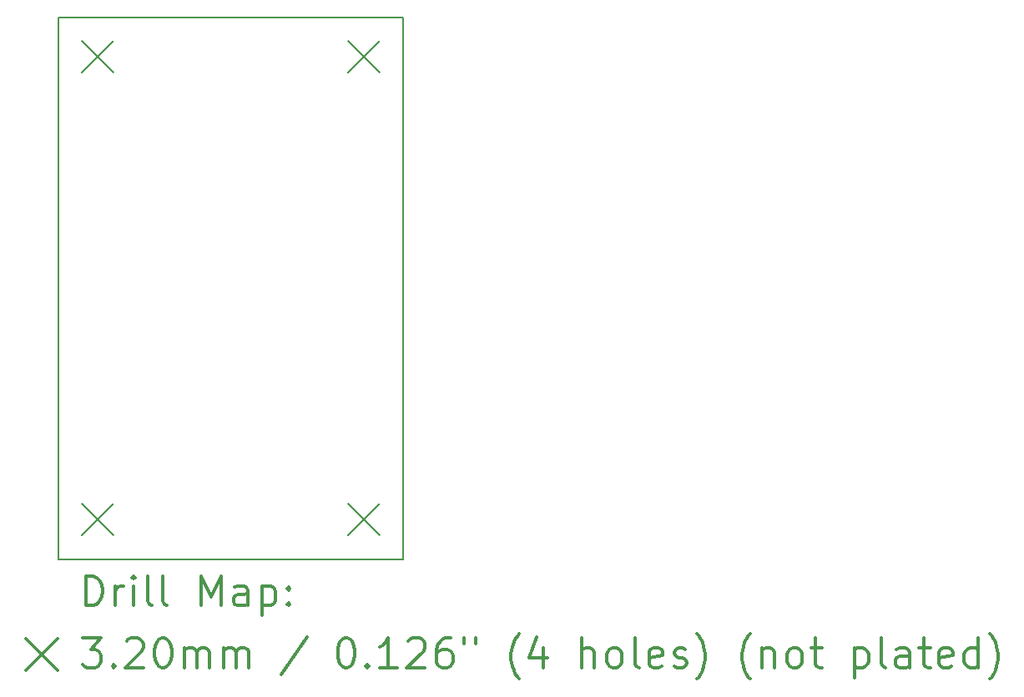
<source format=gbr>
%FSLAX45Y45*%
G04 Gerber Fmt 4.5, Leading zero omitted, Abs format (unit mm)*
G04 Created by KiCad (PCBNEW (5.0.1)-3) date 2/16/2019 9:55:55 PM*
%MOMM*%
%LPD*%
G01*
G04 APERTURE LIST*
%ADD10C,0.150000*%
%ADD11C,0.200000*%
%ADD12C,0.300000*%
G04 APERTURE END LIST*
D10*
X9000000Y-11000000D02*
X8900000Y-11000000D01*
X9600000Y-11000000D02*
X9000000Y-11000000D01*
X9600000Y-11000000D02*
X12400000Y-11000000D01*
X8900000Y-5500000D02*
X8900000Y-11000000D01*
X12400000Y-5500000D02*
X8900000Y-5500000D01*
X12400000Y-11000000D02*
X12400000Y-5500000D01*
D11*
X11840000Y-5740000D02*
X12160000Y-6060000D01*
X12160000Y-5740000D02*
X11840000Y-6060000D01*
X9140000Y-5740000D02*
X9460000Y-6060000D01*
X9460000Y-5740000D02*
X9140000Y-6060000D01*
X11840000Y-10440000D02*
X12160000Y-10760000D01*
X12160000Y-10440000D02*
X11840000Y-10760000D01*
X9140000Y-10440000D02*
X9460000Y-10760000D01*
X9460000Y-10440000D02*
X9140000Y-10760000D01*
D12*
X9178928Y-11473214D02*
X9178928Y-11173214D01*
X9250357Y-11173214D01*
X9293214Y-11187500D01*
X9321786Y-11216071D01*
X9336071Y-11244643D01*
X9350357Y-11301786D01*
X9350357Y-11344643D01*
X9336071Y-11401786D01*
X9321786Y-11430357D01*
X9293214Y-11458929D01*
X9250357Y-11473214D01*
X9178928Y-11473214D01*
X9478928Y-11473214D02*
X9478928Y-11273214D01*
X9478928Y-11330357D02*
X9493214Y-11301786D01*
X9507500Y-11287500D01*
X9536071Y-11273214D01*
X9564643Y-11273214D01*
X9664643Y-11473214D02*
X9664643Y-11273214D01*
X9664643Y-11173214D02*
X9650357Y-11187500D01*
X9664643Y-11201786D01*
X9678928Y-11187500D01*
X9664643Y-11173214D01*
X9664643Y-11201786D01*
X9850357Y-11473214D02*
X9821786Y-11458929D01*
X9807500Y-11430357D01*
X9807500Y-11173214D01*
X10007500Y-11473214D02*
X9978928Y-11458929D01*
X9964643Y-11430357D01*
X9964643Y-11173214D01*
X10350357Y-11473214D02*
X10350357Y-11173214D01*
X10450357Y-11387500D01*
X10550357Y-11173214D01*
X10550357Y-11473214D01*
X10821786Y-11473214D02*
X10821786Y-11316071D01*
X10807500Y-11287500D01*
X10778928Y-11273214D01*
X10721786Y-11273214D01*
X10693214Y-11287500D01*
X10821786Y-11458929D02*
X10793214Y-11473214D01*
X10721786Y-11473214D01*
X10693214Y-11458929D01*
X10678928Y-11430357D01*
X10678928Y-11401786D01*
X10693214Y-11373214D01*
X10721786Y-11358929D01*
X10793214Y-11358929D01*
X10821786Y-11344643D01*
X10964643Y-11273214D02*
X10964643Y-11573214D01*
X10964643Y-11287500D02*
X10993214Y-11273214D01*
X11050357Y-11273214D01*
X11078928Y-11287500D01*
X11093214Y-11301786D01*
X11107500Y-11330357D01*
X11107500Y-11416071D01*
X11093214Y-11444643D01*
X11078928Y-11458929D01*
X11050357Y-11473214D01*
X10993214Y-11473214D01*
X10964643Y-11458929D01*
X11236071Y-11444643D02*
X11250357Y-11458929D01*
X11236071Y-11473214D01*
X11221786Y-11458929D01*
X11236071Y-11444643D01*
X11236071Y-11473214D01*
X11236071Y-11287500D02*
X11250357Y-11301786D01*
X11236071Y-11316071D01*
X11221786Y-11301786D01*
X11236071Y-11287500D01*
X11236071Y-11316071D01*
X8572500Y-11807500D02*
X8892500Y-12127500D01*
X8892500Y-11807500D02*
X8572500Y-12127500D01*
X9150357Y-11803214D02*
X9336071Y-11803214D01*
X9236071Y-11917500D01*
X9278928Y-11917500D01*
X9307500Y-11931786D01*
X9321786Y-11946071D01*
X9336071Y-11974643D01*
X9336071Y-12046071D01*
X9321786Y-12074643D01*
X9307500Y-12088929D01*
X9278928Y-12103214D01*
X9193214Y-12103214D01*
X9164643Y-12088929D01*
X9150357Y-12074643D01*
X9464643Y-12074643D02*
X9478928Y-12088929D01*
X9464643Y-12103214D01*
X9450357Y-12088929D01*
X9464643Y-12074643D01*
X9464643Y-12103214D01*
X9593214Y-11831786D02*
X9607500Y-11817500D01*
X9636071Y-11803214D01*
X9707500Y-11803214D01*
X9736071Y-11817500D01*
X9750357Y-11831786D01*
X9764643Y-11860357D01*
X9764643Y-11888929D01*
X9750357Y-11931786D01*
X9578928Y-12103214D01*
X9764643Y-12103214D01*
X9950357Y-11803214D02*
X9978928Y-11803214D01*
X10007500Y-11817500D01*
X10021786Y-11831786D01*
X10036071Y-11860357D01*
X10050357Y-11917500D01*
X10050357Y-11988929D01*
X10036071Y-12046071D01*
X10021786Y-12074643D01*
X10007500Y-12088929D01*
X9978928Y-12103214D01*
X9950357Y-12103214D01*
X9921786Y-12088929D01*
X9907500Y-12074643D01*
X9893214Y-12046071D01*
X9878928Y-11988929D01*
X9878928Y-11917500D01*
X9893214Y-11860357D01*
X9907500Y-11831786D01*
X9921786Y-11817500D01*
X9950357Y-11803214D01*
X10178928Y-12103214D02*
X10178928Y-11903214D01*
X10178928Y-11931786D02*
X10193214Y-11917500D01*
X10221786Y-11903214D01*
X10264643Y-11903214D01*
X10293214Y-11917500D01*
X10307500Y-11946071D01*
X10307500Y-12103214D01*
X10307500Y-11946071D02*
X10321786Y-11917500D01*
X10350357Y-11903214D01*
X10393214Y-11903214D01*
X10421786Y-11917500D01*
X10436071Y-11946071D01*
X10436071Y-12103214D01*
X10578928Y-12103214D02*
X10578928Y-11903214D01*
X10578928Y-11931786D02*
X10593214Y-11917500D01*
X10621786Y-11903214D01*
X10664643Y-11903214D01*
X10693214Y-11917500D01*
X10707500Y-11946071D01*
X10707500Y-12103214D01*
X10707500Y-11946071D02*
X10721786Y-11917500D01*
X10750357Y-11903214D01*
X10793214Y-11903214D01*
X10821786Y-11917500D01*
X10836071Y-11946071D01*
X10836071Y-12103214D01*
X11421786Y-11788929D02*
X11164643Y-12174643D01*
X11807500Y-11803214D02*
X11836071Y-11803214D01*
X11864643Y-11817500D01*
X11878928Y-11831786D01*
X11893214Y-11860357D01*
X11907500Y-11917500D01*
X11907500Y-11988929D01*
X11893214Y-12046071D01*
X11878928Y-12074643D01*
X11864643Y-12088929D01*
X11836071Y-12103214D01*
X11807500Y-12103214D01*
X11778928Y-12088929D01*
X11764643Y-12074643D01*
X11750357Y-12046071D01*
X11736071Y-11988929D01*
X11736071Y-11917500D01*
X11750357Y-11860357D01*
X11764643Y-11831786D01*
X11778928Y-11817500D01*
X11807500Y-11803214D01*
X12036071Y-12074643D02*
X12050357Y-12088929D01*
X12036071Y-12103214D01*
X12021786Y-12088929D01*
X12036071Y-12074643D01*
X12036071Y-12103214D01*
X12336071Y-12103214D02*
X12164643Y-12103214D01*
X12250357Y-12103214D02*
X12250357Y-11803214D01*
X12221786Y-11846071D01*
X12193214Y-11874643D01*
X12164643Y-11888929D01*
X12450357Y-11831786D02*
X12464643Y-11817500D01*
X12493214Y-11803214D01*
X12564643Y-11803214D01*
X12593214Y-11817500D01*
X12607500Y-11831786D01*
X12621786Y-11860357D01*
X12621786Y-11888929D01*
X12607500Y-11931786D01*
X12436071Y-12103214D01*
X12621786Y-12103214D01*
X12878928Y-11803214D02*
X12821786Y-11803214D01*
X12793214Y-11817500D01*
X12778928Y-11831786D01*
X12750357Y-11874643D01*
X12736071Y-11931786D01*
X12736071Y-12046071D01*
X12750357Y-12074643D01*
X12764643Y-12088929D01*
X12793214Y-12103214D01*
X12850357Y-12103214D01*
X12878928Y-12088929D01*
X12893214Y-12074643D01*
X12907500Y-12046071D01*
X12907500Y-11974643D01*
X12893214Y-11946071D01*
X12878928Y-11931786D01*
X12850357Y-11917500D01*
X12793214Y-11917500D01*
X12764643Y-11931786D01*
X12750357Y-11946071D01*
X12736071Y-11974643D01*
X13021786Y-11803214D02*
X13021786Y-11860357D01*
X13136071Y-11803214D02*
X13136071Y-11860357D01*
X13578928Y-12217500D02*
X13564643Y-12203214D01*
X13536071Y-12160357D01*
X13521786Y-12131786D01*
X13507500Y-12088929D01*
X13493214Y-12017500D01*
X13493214Y-11960357D01*
X13507500Y-11888929D01*
X13521786Y-11846071D01*
X13536071Y-11817500D01*
X13564643Y-11774643D01*
X13578928Y-11760357D01*
X13821786Y-11903214D02*
X13821786Y-12103214D01*
X13750357Y-11788929D02*
X13678928Y-12003214D01*
X13864643Y-12003214D01*
X14207500Y-12103214D02*
X14207500Y-11803214D01*
X14336071Y-12103214D02*
X14336071Y-11946071D01*
X14321786Y-11917500D01*
X14293214Y-11903214D01*
X14250357Y-11903214D01*
X14221786Y-11917500D01*
X14207500Y-11931786D01*
X14521786Y-12103214D02*
X14493214Y-12088929D01*
X14478928Y-12074643D01*
X14464643Y-12046071D01*
X14464643Y-11960357D01*
X14478928Y-11931786D01*
X14493214Y-11917500D01*
X14521786Y-11903214D01*
X14564643Y-11903214D01*
X14593214Y-11917500D01*
X14607500Y-11931786D01*
X14621786Y-11960357D01*
X14621786Y-12046071D01*
X14607500Y-12074643D01*
X14593214Y-12088929D01*
X14564643Y-12103214D01*
X14521786Y-12103214D01*
X14793214Y-12103214D02*
X14764643Y-12088929D01*
X14750357Y-12060357D01*
X14750357Y-11803214D01*
X15021786Y-12088929D02*
X14993214Y-12103214D01*
X14936071Y-12103214D01*
X14907500Y-12088929D01*
X14893214Y-12060357D01*
X14893214Y-11946071D01*
X14907500Y-11917500D01*
X14936071Y-11903214D01*
X14993214Y-11903214D01*
X15021786Y-11917500D01*
X15036071Y-11946071D01*
X15036071Y-11974643D01*
X14893214Y-12003214D01*
X15150357Y-12088929D02*
X15178928Y-12103214D01*
X15236071Y-12103214D01*
X15264643Y-12088929D01*
X15278928Y-12060357D01*
X15278928Y-12046071D01*
X15264643Y-12017500D01*
X15236071Y-12003214D01*
X15193214Y-12003214D01*
X15164643Y-11988929D01*
X15150357Y-11960357D01*
X15150357Y-11946071D01*
X15164643Y-11917500D01*
X15193214Y-11903214D01*
X15236071Y-11903214D01*
X15264643Y-11917500D01*
X15378928Y-12217500D02*
X15393214Y-12203214D01*
X15421786Y-12160357D01*
X15436071Y-12131786D01*
X15450357Y-12088929D01*
X15464643Y-12017500D01*
X15464643Y-11960357D01*
X15450357Y-11888929D01*
X15436071Y-11846071D01*
X15421786Y-11817500D01*
X15393214Y-11774643D01*
X15378928Y-11760357D01*
X15921786Y-12217500D02*
X15907500Y-12203214D01*
X15878928Y-12160357D01*
X15864643Y-12131786D01*
X15850357Y-12088929D01*
X15836071Y-12017500D01*
X15836071Y-11960357D01*
X15850357Y-11888929D01*
X15864643Y-11846071D01*
X15878928Y-11817500D01*
X15907500Y-11774643D01*
X15921786Y-11760357D01*
X16036071Y-11903214D02*
X16036071Y-12103214D01*
X16036071Y-11931786D02*
X16050357Y-11917500D01*
X16078928Y-11903214D01*
X16121786Y-11903214D01*
X16150357Y-11917500D01*
X16164643Y-11946071D01*
X16164643Y-12103214D01*
X16350357Y-12103214D02*
X16321786Y-12088929D01*
X16307500Y-12074643D01*
X16293214Y-12046071D01*
X16293214Y-11960357D01*
X16307500Y-11931786D01*
X16321786Y-11917500D01*
X16350357Y-11903214D01*
X16393214Y-11903214D01*
X16421786Y-11917500D01*
X16436071Y-11931786D01*
X16450357Y-11960357D01*
X16450357Y-12046071D01*
X16436071Y-12074643D01*
X16421786Y-12088929D01*
X16393214Y-12103214D01*
X16350357Y-12103214D01*
X16536071Y-11903214D02*
X16650357Y-11903214D01*
X16578928Y-11803214D02*
X16578928Y-12060357D01*
X16593214Y-12088929D01*
X16621786Y-12103214D01*
X16650357Y-12103214D01*
X16978928Y-11903214D02*
X16978928Y-12203214D01*
X16978928Y-11917500D02*
X17007500Y-11903214D01*
X17064643Y-11903214D01*
X17093214Y-11917500D01*
X17107500Y-11931786D01*
X17121786Y-11960357D01*
X17121786Y-12046071D01*
X17107500Y-12074643D01*
X17093214Y-12088929D01*
X17064643Y-12103214D01*
X17007500Y-12103214D01*
X16978928Y-12088929D01*
X17293214Y-12103214D02*
X17264643Y-12088929D01*
X17250357Y-12060357D01*
X17250357Y-11803214D01*
X17536071Y-12103214D02*
X17536071Y-11946071D01*
X17521786Y-11917500D01*
X17493214Y-11903214D01*
X17436071Y-11903214D01*
X17407500Y-11917500D01*
X17536071Y-12088929D02*
X17507500Y-12103214D01*
X17436071Y-12103214D01*
X17407500Y-12088929D01*
X17393214Y-12060357D01*
X17393214Y-12031786D01*
X17407500Y-12003214D01*
X17436071Y-11988929D01*
X17507500Y-11988929D01*
X17536071Y-11974643D01*
X17636071Y-11903214D02*
X17750357Y-11903214D01*
X17678928Y-11803214D02*
X17678928Y-12060357D01*
X17693214Y-12088929D01*
X17721786Y-12103214D01*
X17750357Y-12103214D01*
X17964643Y-12088929D02*
X17936071Y-12103214D01*
X17878928Y-12103214D01*
X17850357Y-12088929D01*
X17836071Y-12060357D01*
X17836071Y-11946071D01*
X17850357Y-11917500D01*
X17878928Y-11903214D01*
X17936071Y-11903214D01*
X17964643Y-11917500D01*
X17978928Y-11946071D01*
X17978928Y-11974643D01*
X17836071Y-12003214D01*
X18236071Y-12103214D02*
X18236071Y-11803214D01*
X18236071Y-12088929D02*
X18207500Y-12103214D01*
X18150357Y-12103214D01*
X18121786Y-12088929D01*
X18107500Y-12074643D01*
X18093214Y-12046071D01*
X18093214Y-11960357D01*
X18107500Y-11931786D01*
X18121786Y-11917500D01*
X18150357Y-11903214D01*
X18207500Y-11903214D01*
X18236071Y-11917500D01*
X18350357Y-12217500D02*
X18364643Y-12203214D01*
X18393214Y-12160357D01*
X18407500Y-12131786D01*
X18421786Y-12088929D01*
X18436071Y-12017500D01*
X18436071Y-11960357D01*
X18421786Y-11888929D01*
X18407500Y-11846071D01*
X18393214Y-11817500D01*
X18364643Y-11774643D01*
X18350357Y-11760357D01*
M02*

</source>
